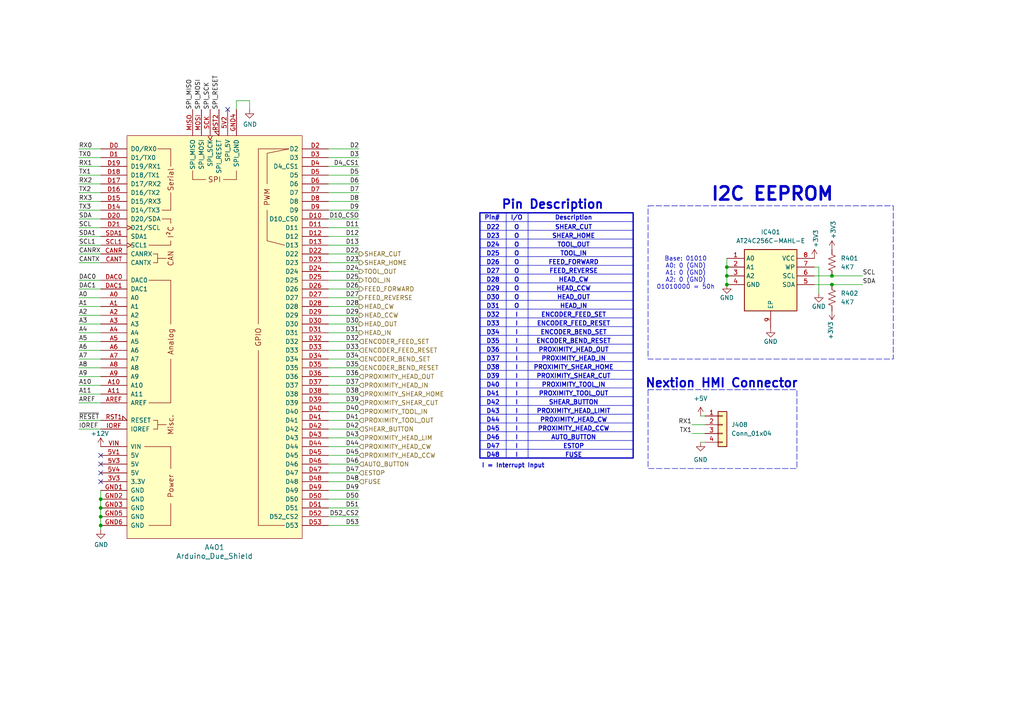
<source format=kicad_sch>
(kicad_sch (version 20231120) (generator "eeschema") (generator_version "8.0")
  (paper "A4")
  (title_block (title "MEP MAXI 85V-1 REV 2 Interface Board") (date "2024-12-08") (rev "X1") (company "McMillan Enterprises") (comment 1 "Firmware: John Gilcreast (johngilcreast@gmail.com)") (comment 2 "Hardware: Connor McMillan (connor@mcmillan.website)"))
  (junction (at 241.3 80.01))
  (junction (at 210.82 80.01))
  (junction (at 29.21 147.32))
  (junction (at 29.21 149.86))
  (junction (at 29.21 152.4))
  (junction (at 241.3 82.55))
  (junction (at 210.82 82.55))
  (junction (at 210.82 77.47))
  (junction (at 29.21 144.78))
  (no_connect (at 29.21 139.7))
  (no_connect (at 29.21 137.16))
  (no_connect (at 66.04 31.75))
  (no_connect (at 29.21 134.62))
  (no_connect (at 29.21 132.08))
  (no_connect (at -21.59 -12.7))
  (wire (pts (xy 95.25 55.88) (xy 104.14 55.88)))
  (wire (pts (xy 95.25 114.3) (xy 104.14 114.3)))
  (polyline (pts (xy 139.192 84.582) (xy 183.642 84.582)))
  (wire (pts (xy 210.82 80.01) (xy 210.82 82.55)))
  (polyline (pts (xy 139.192 94.742) (xy 183.642 94.742)))
  (polyline (pts (xy 139.192 74.422) (xy 183.642 74.422)))
  (wire (pts (xy 95.25 109.22) (xy 104.14 109.22)))
  (wire (pts (xy 95.25 132.08) (xy 104.14 132.08)))
  (wire (pts (xy 22.86 76.2) (xy 29.21 76.2)))
  (polyline (pts (xy 139.192 109.982) (xy 183.642 109.982)))
  (wire (pts (xy 22.86 88.9) (xy 29.21 88.9)))
  (wire (pts (xy 22.86 71.12) (xy 29.21 71.12)))
  (wire (pts (xy 22.86 53.34) (xy 29.21 53.34)))
  (wire (pts (xy 95.25 142.24) (xy 104.14 142.24)))
  (polyline (pts (xy 146.812 69.342) (xy 183.642 69.342)))
  (wire (pts (xy 95.25 139.7) (xy 104.14 139.7)))
  (wire (pts (xy 241.3 82.55) (xy 250.19 82.55)))
  (wire (pts (xy 236.22 77.47) (xy 237.49 77.47)))
  (wire (pts (xy 22.86 83.82) (xy 29.21 83.82)))
  (wire (pts (xy 22.86 48.26) (xy 29.21 48.26)))
  (wire (pts (xy 29.21 142.24) (xy 29.21 144.78)))
  (wire (pts (xy 200.66 125.73) (xy 204.47 125.73)))
  (polyline (pts (xy 139.192 130.302) (xy 183.642 130.302)))
  (wire (pts (xy 22.86 86.36) (xy 29.21 86.36)))
  (wire (pts (xy 68.58 31.75) (xy 68.58 29.21)))
  (wire (pts (xy 95.25 45.72) (xy 104.14 45.72)))
  (wire (pts (xy 210.82 77.47) (xy 210.82 80.01)))
  (wire (pts (xy 22.86 111.76) (xy 29.21 111.76)))
  (wire (pts (xy 22.86 124.46) (xy 29.21 124.46)))
  (polyline (pts (xy 139.192 87.122) (xy 183.642 87.122)))
  (wire (pts (xy 22.86 63.5) (xy 29.21 63.5)))
  (wire (pts (xy 95.25 68.58) (xy 104.14 68.58)))
  (wire (pts (xy 22.86 96.52) (xy 29.21 96.52)))
  (wire (pts (xy 95.25 116.84) (xy 104.14 116.84)))
  (polyline (pts (xy 146.812 61.722) (xy 146.812 132.842)))
  (wire (pts (xy 22.86 81.28) (xy 29.21 81.28)))
  (polyline (pts (xy 139.192 76.962) (xy 183.642 76.962)))
  (wire (pts (xy 29.21 149.86) (xy 29.21 152.4)))
  (wire (pts (xy 95.25 119.38) (xy 104.14 119.38)))
  (wire (pts (xy 95.25 76.2) (xy 104.14 76.2)))
  (wire (pts (xy 95.25 134.62) (xy 104.14 134.62)))
  (polyline (pts (xy 139.192 79.502) (xy 183.642 79.502)))
  (polyline (pts (xy 153.162 61.722) (xy 153.162 132.842)))
  (wire (pts (xy 29.21 144.78) (xy 29.21 147.32)))
  (wire (pts (xy 95.25 58.42) (xy 104.14 58.42)))
  (wire (pts (xy 95.25 121.92) (xy 104.14 121.92)))
  (wire (pts (xy 22.86 68.58) (xy 29.21 68.58)))
  (wire (pts (xy 22.86 45.72) (xy 29.21 45.72)))
  (polyline (pts (xy 139.192 107.442) (xy 183.642 107.442)))
  (wire (pts (xy 22.86 104.14) (xy 29.21 104.14)))
  (wire (pts (xy 95.25 124.46) (xy 104.14 124.46)))
  (wire (pts (xy 22.86 73.66) (xy 29.21 73.66)))
  (wire (pts (xy 95.25 73.66) (xy 104.14 73.66)))
  (polyline (pts (xy 139.192 104.902) (xy 183.642 104.902)))
  (wire (pts (xy 95.25 129.54) (xy 104.14 129.54)))
  (wire (pts (xy 22.86 60.96) (xy 29.21 60.96)))
  (wire (pts (xy 95.25 127) (xy 104.14 127)))
  (polyline (pts (xy 139.192 89.662) (xy 183.642 89.662)))
  (wire (pts (xy 22.86 43.18) (xy 29.21 43.18)))
  (wire (pts (xy 236.22 82.55) (xy 241.3 82.55)))
  (polyline (pts (xy 139.192 125.222) (xy 183.642 125.222)))
  (polyline (pts (xy 139.192 64.262) (xy 183.642 64.262)))
  (wire (pts (xy 29.21 147.32) (xy 29.21 149.86)))
  (wire (pts (xy 95.25 50.8) (xy 104.14 50.8)))
  (wire (pts (xy 95.25 101.6) (xy 104.14 101.6)))
  (wire (pts (xy 95.25 48.26) (xy 104.14 48.26)))
  (polyline (pts (xy 139.192 99.822) (xy 183.642 99.822)))
  (wire (pts (xy 95.25 66.04) (xy 104.14 66.04)))
  (polyline (pts (xy 139.192 102.362) (xy 183.642 102.362)))
  (wire (pts (xy 22.86 114.3) (xy 29.21 114.3)))
  (polyline (pts (xy 139.192 92.202) (xy 183.642 92.202)))
  (wire (pts (xy 22.86 116.84) (xy 29.21 116.84)))
  (wire (pts (xy 95.25 96.52) (xy 104.14 96.52)))
  (polyline (pts (xy 139.192 112.522) (xy 183.642 112.522)))
  (wire (pts (xy 72.39 29.21) (xy 72.39 31.75)))
  (polyline (pts (xy 139.192 122.682) (xy 183.642 122.682)))
  (wire (pts (xy 95.25 152.4) (xy 104.14 152.4)))
  (wire (pts (xy 68.58 29.21) (xy 72.39 29.21)))
  (wire (pts (xy 95.25 88.9) (xy 104.14 88.9)))
  (wire (pts (xy 95.25 149.86) (xy 104.14 149.86)))
  (wire (pts (xy 22.86 106.68) (xy 29.21 106.68)))
  (wire (pts (xy 22.86 55.88) (xy 29.21 55.88)))
  (wire (pts (xy 29.21 152.4) (xy 29.21 153.67)))
  (wire (pts (xy 241.3 80.01) (xy 250.19 80.01)))
  (wire (pts (xy 95.25 53.34) (xy 104.14 53.34)))
  (wire (pts (xy 236.22 80.01) (xy 241.3 80.01)))
  (wire (pts (xy 22.86 101.6) (xy 29.21 101.6)))
  (polyline (pts (xy 139.192 117.602) (xy 183.642 117.602)))
  (polyline (pts (xy 139.192 69.342) (xy 146.812 69.342)))
  (wire (pts (xy 95.25 71.12) (xy 104.14 71.12)))
  (polyline (pts (xy 139.192 115.062) (xy 183.642 115.062)))
  (wire (pts (xy 200.66 123.19) (xy 204.47 123.19)))
  (wire (pts (xy 22.86 121.92) (xy 29.21 121.92)))
  (wire (pts (xy 22.86 99.06) (xy 29.21 99.06)))
  (polyline (pts (xy 139.192 71.882) (xy 183.642 71.882)))
  (wire (pts (xy 95.25 86.36) (xy 104.14 86.36)))
  (wire (pts (xy 203.2 120.65) (xy 204.47 120.65)))
  (polyline (pts (xy 139.192 66.802) (xy 183.642 66.802)))
  (wire (pts (xy 22.86 91.44) (xy 29.21 91.44)))
  (wire (pts (xy 210.82 74.93) (xy 210.82 77.47)))
  (wire (pts (xy 95.25 106.68) (xy 104.14 106.68)))
  (wire (pts (xy 95.25 147.32) (xy 104.14 147.32)))
  (polyline (pts (xy 139.192 82.042) (xy 183.642 82.042)))
  (wire (pts (xy 95.25 91.44) (xy 104.14 91.44)))
  (wire (pts (xy 95.25 78.74) (xy 104.14 78.74)))
  (polyline (pts (xy 139.192 127.762) (xy 183.642 127.762)))
  (wire (pts (xy 95.25 81.28) (xy 104.14 81.28)))
  (wire (pts (xy 95.25 144.78) (xy 104.14 144.78)))
  (wire (pts (xy 95.25 63.5) (xy 104.14 63.5)))
  (wire (pts (xy 22.86 109.22) (xy 29.21 109.22)))
  (wire (pts (xy 95.25 99.06) (xy 104.14 99.06)))
  (wire (pts (xy 22.86 93.98) (xy 29.21 93.98)))
  (wire (pts (xy 22.86 66.04) (xy 29.21 66.04)))
  (wire (pts (xy 95.25 93.98) (xy 104.14 93.98)))
  (wire (pts (xy 95.25 83.82) (xy 104.14 83.82)))
  (wire (pts (xy 22.86 50.8) (xy 29.21 50.8)))
  (wire (pts (xy 237.49 77.47) (xy 237.49 85.09)))
  (wire (pts (xy 95.25 60.96) (xy 104.14 60.96)))
  (wire (pts (xy 95.25 137.16) (xy 104.14 137.16)))
  (wire (pts (xy 22.86 58.42) (xy 29.21 58.42)))
  (wire (pts (xy 95.25 43.18) (xy 104.14 43.18)))
  (wire (pts (xy 95.25 104.14) (xy 104.14 104.14)))
  (wire (pts (xy 95.25 111.76) (xy 104.14 111.76)))
  (polyline (pts (xy 139.192 120.142) (xy 183.642 120.142)))
  (polyline (pts (xy 139.192 97.282) (xy 183.642 97.282)))
  (wire (pts (xy 203.2 128.27) (xy 204.47 128.27)))
  (polyline (pts (xy 260.9972 179.3539) (xy 260.2107 179.3539) (xy 260.1251 179.7819) (xy 260.826 179.7819) (xy 260.7921 179.9512) (xy 260.0912 179.9512) (xy 260.0016 180.4012) (xy 260.816 180.4012) (xy 260.7822 180.5744) (xy 259.7687 180.5744) (xy 260.0474 179.1806) (xy 261.0311 179.1806) (xy 260.9972 179.3539)) (stroke (width -0.0001) (type solid)) (fill (type outline)))
  (polyline (pts (xy 254.1996 179.3539) (xy 253.413 179.3539) (xy 253.3274 179.7819) (xy 254.0283 179.7819) (xy 253.9945 179.9512) (xy 253.2936 179.9512) (xy 253.204 180.4012) (xy 254.0183 180.4012) (xy 253.9845 180.5744) (xy 252.971 180.5744) (xy 253.2498 179.1806) (xy 254.2334 179.1806) (xy 254.1996 179.3539)) (stroke (width -0.0001) (type solid)) (fill (type outline)))
  (polyline (pts (xy 256.6531 173.6517) (xy 256.792 173.6609) (xy 256.927 173.6761) (xy 257.0578 173.6973) (xy 257.1842 173.7245) (xy 257.306 173.7576) (xy 257.4229 173.7964) (xy 257.5346 173.8411) (xy 257.6411 173.8914) (xy 257.742 173.9475) (xy 257.8371 174.0091) (xy 257.9261 174.0762) (xy 258.0089 174.1489) (xy 258.0851 174.227) (xy 258.1546 174.3104) (xy 258.2171 174.3992) (xy 257.6141 174.9061) (xy 257.5667 174.8441) (xy 257.516 174.7858) (xy 257.462 174.7312) (xy 257.4337 174.7054) (xy 257.4046 174.6804) (xy 257.3747 174.6564) (xy 257.3439 174.6334) (xy 257.3123 174.6113) (xy 257.2799 174.5902) (xy 257.2466 174.57) (xy 257.2125 174.5509) (xy 257.1775 174.5327) (xy 257.1417 174.5155) (xy 257.0675 174.4841) (xy 256.99 174.4568) (xy 256.909 174.4335) (xy 256.8246 174.4143) (xy 256.7368 174.3994) (xy 256.6456 174.3886) (xy 256.5509 174.3821) (xy 256.4528 174.38) (xy 256.3464 174.3825) (xy 256.2426 174.3899) (xy 256.1414 174.4022) (xy 256.0429 174.4192) (xy 255.9471 174.4408) (xy 255.8541 174.4668) (xy 255.7639 174.4972) (xy 255.6766 174.5317) (xy 255.5923 174.5704) (xy 255.5109 174.613) (xy 255.4326 174.6594) (xy 255.3574 174.7095) (xy 255.2854 174.7632) (xy 255.2166 174.8203) (xy 255.151 174.8808) (xy 255.0887 174.9445) (xy 255.0298 175.0113) (xy 254.9743 175.0811) (xy 254.9223 175.1536) (xy 254.8738 175.2289) (xy 254.8289 175.3068) (xy 254.7876 175.3871) (xy 254.75 175.4697) (xy 254.7161 175.5546) (xy 254.686 175.6416) (xy 254.6598 175.7305) (xy 254.6374 175.8212) (xy 254.619 175.9137) (xy 254.6046 176.0078) (xy 254.5942 176.1033) (xy 254.588 176.2001) (xy 254.5859 176.2982) (xy 254.5873 176.3672) (xy 254.5916 176.4348) (xy 254.5987 176.5007) (xy 254.6086 176.5651) (xy 254.6214 176.6278) (xy 254.6369 176.6888) (xy 254.6553 176.7481) (xy 254.6764 176.8057) (xy 254.7003 176.8614) (xy 254.727 176.9152) (xy 254.7564 176.9671) (xy 254.7885 177.0171) (xy 254.8234 177.065) (xy 254.861 177.1109) (xy 254.9013 177.1547) (xy 254.9443 177.1964) (xy 254.99 177.2359) (xy 255.0384 177.2732) (xy 255.0895 177.3082) (xy 255.1432 177.3409) (xy 255.1995 177.3712) (xy 255.2585 177.3992) (xy 255.3201 177.4247) (xy 255.3843 177.4477) (xy 255.4511 177.4681) (xy 255.5205 177.486) (xy 255.5925 177.5012) (xy 255.6671 177.5138) (xy 255.7442 177.5236) (xy 255.8239 177.5307) (xy 255.9062 177.535) (xy 255.9909 177.5365) (xy 256.084 177.5345) (xy 256.1755 177.5286) (xy 256.2654 177.5188) (xy 256.3537 177.5049) (xy 256.4403 177.487) (xy 256.5251 177.4651) (xy 256.6082 177.4391) (xy 256.6894 177.4089) (xy 256.7688 177.3747) (xy 256.8462 177.3363) (xy 256.9216 177.2937) (xy 256.995 177.2468) (xy 257.0664 177.1958) (xy 257.1356 177.1404) (xy 257.2027 177.0808) (xy 257.2676 177.0168) (xy 257.7551 177.5428) (xy 257.6709 177.6334) (xy 257.5818 177.7177) (xy 257.4882 177.7956) (xy 257.3901 177.8672) (xy 257.2877 177.9327) (xy 257.1811 177.9921) (xy 257.0707 178.0455) (xy 256.9564 178.093) (xy 256.8386 178.1346) (xy 256.7173 178.1704) (xy 256.5927 178.2005) (xy 256.465 178.2249) (xy 256.3344 178.2438) (xy 256.2011 178.2572) (xy 256.0651 178.2652) (xy 255.9267 178.2678) (xy 255.8002 178.2655) (xy 255.677 178.2588) (xy 255.5572 178.2475) (xy 255.4407 178.232) (xy 255.3276 178.2121) (xy 255.218 178.1881) (xy 255.1119 178.16) (xy 255.0094 178.1278) (xy 254.9105 178.0916) (xy 254.8153 178.0516) (xy 254.7238 178.0078) (xy 254.636 177.9603) (xy 254.5521 177.9091) (xy 254.472 177.8544) (xy 254.3959 177.7961) (xy 254.3236 177.7345) (xy 254.2554 177.6696) (xy 254.1913 177.6014) (xy 254.1312 177.53) (xy 254.0753 177.4555) (xy 254.0236 177.378) (xy 253.9761 177.2976) (xy 253.933 177.2144) (xy 253.8941 177.1283) (xy 253.8597 177.0396) (xy 253.8297 176.9482) (xy 253.8041 176.8543) (xy 253.7831 176.758) (xy 253.7667 176.6592) (xy 253.7549 176.5582) (xy 253.7478 176.4549) (xy 253.7455 176.3495) (xy 253.7487 176.208) (xy 253.7582 176.0686) (xy 253.774 175.9316) (xy 253.7959 175.7969) (xy 253.8238 175.6649) (xy 253.8577 175.5357) (xy 253.8974 175.4093) (xy 253.9429 175.2861) (xy 253.9941 175.166) (xy 254.0508 175.0494) (xy 254.113 174.9362) (xy 254.1805 174.8268) (xy 254.2534 174.7212) (xy 254.3314 174.6195) (xy 254.4144 174.5221) (xy 254.5025 174.4289) (xy 254.5954 174.3402) (xy 254.6932 174.2561) (xy 254.7956 174.1767) (xy 254.9026 174.1023) (xy 255.0142 174.0329) (xy 255.1301 173.9688) (xy 255.2504 173.91) (xy 255.3748 173.8568) (xy 255.5034 173.8093) (xy 255.636 173.7676) (xy 255.7725 173.7319) (xy 255.9128 173.7023) (xy 256.0569 173.679) (xy 256.2046 173.6622) (xy 256.3559 173.652) (xy 256.5106 173.6486) (xy 256.6531 173.6517)) (stroke (width -0.0001) (type solid)) (fill (type outline)))
  (polyline (pts (xy 252.597 178.2114) (xy 251.7134 178.2114) (xy 252.1999 175.7566) (xy 253.3917 174.238) (xy 252.597 178.2114)) (stroke (width -0.0001) (type solid)) (fill (type outline)))
  (polyline (pts (xy 250.19 176.53) (xy 252.7982 173.1824) (xy 252.8039 173.1824) (xy 250.19 176.53)) (stroke (width -0.0001) (type solid)) (fill (type outline)))
  (polyline (pts (xy 255.0744 171.4491) (xy 250.2187 177.6365) (xy 249.8021 177.6365) (xy 248.6528 174.8492) (xy 247.9846 178.2114) (xy 247.0935 178.2114) (xy 248.0996 173.1824) (xy 248.8611 173.1824) (xy 250.0197 176.1015) (xy 250.19 176.53) (xy 252.8039 173.1824) (xy 253.6714 172.0713) (xy 255.018 171.0938) (xy 255.0744 171.4491)) (stroke (width -0.0001) (type solid)) (fill (type outline)))
  (rectangle (start 187.96 59.69) (end 259.08 104.14) (stroke (width 0) (type dash)))
  (rectangle (start 187.96 113.03) (end 231.14 135.89) (stroke (width 0) (type dash)))
  (polyline (pts (xy 273.8536 179.3539) (xy 273.0671 179.3539) (xy 272.9815 179.7819) (xy 273.6824 179.7819) (xy 273.6485 179.9512) (xy 272.9476 179.9512) (xy 272.858 180.4012) (xy 273.6724 180.4012) (xy 273.6386 180.5744) (xy 272.6251 180.5744) (xy 272.9038 179.1806) (xy 273.8875 179.1806) (xy 273.8536 179.3539)) (stroke (width -0.0001) (type solid)) (fill (type outline)))
  (polyline (pts (xy 256.2631 180.2538) (xy 256.4761 179.1806) (xy 256.6752 179.1806) (xy 256.3965 180.5744) (xy 256.2332 180.5744) (xy 255.6099 179.5012) (xy 255.3968 180.5744) (xy 255.1978 180.5744) (xy 255.4765 179.1806) (xy 255.6398 179.1806) (xy 256.2631 180.2538)) (stroke (width -0.0001) (type solid)) (fill (type outline)))
  (polyline (pts (xy 278.4314 178.2036) (xy 277.6038 178.2036) (xy 277.3664 177.1643) (xy 275.1081 177.1643) (xy 274.4602 178.2036) (xy 273.5684 178.2036) (xy 274.6693 176.5099) (xy 275.5187 176.5099) (xy 277.2124 176.5099) (xy 276.7569 174.5339) (xy 275.5187 176.5099) (xy 274.6693 176.5099) (xy 276.4875 173.7128) (xy 277.3151 173.7128) (xy 278.4314 178.2036)) (stroke (width -0.0001) (type solid)) (fill (type outline)))
  (polyline (pts (xy 275.5728 179.1652) (xy 275.6046 179.1666) (xy 275.636 179.169) (xy 275.6671 179.1724) (xy 275.6977 179.1767) (xy 275.7279 179.1819) (xy 275.7575 179.188) (xy 275.7864 179.1951) (xy 275.8147 179.203) (xy 275.8423 179.2118) (xy 275.8691 179.2214) (xy 275.895 179.2319) (xy 275.92 179.2432) (xy 275.944 179.2554) (xy 275.9669 179.2684) (xy 275.9888 179.2822) (xy 275.9092 179.4454) (xy 275.8894 179.432) (xy 275.869 179.4195) (xy 275.8479 179.4078) (xy 275.8262 179.3969) (xy 275.804 179.3869) (xy 275.7812 179.3778) (xy 275.7579 179.3695) (xy 275.7342 179.3621) (xy 275.71 179.3555) (xy 275.6854 179.3498) (xy 275.6604 179.345) (xy 275.635 179.341) (xy 275.6094 179.3379) (xy 275.5834 179.3357) (xy 275.5572 179.3344) (xy 275.5308 179.334) (xy 275.4889 179.3351) (xy 275.449 179.3384) (xy 275.4112 179.3439) (xy 275.3757 179.3515) (xy 275.3425 179.3611) (xy 275.3118 179.3726) (xy 275.2835 179.386) (xy 275.2578 179.4011) (xy 275.2348 179.418) (xy 275.2243 179.4271) (xy 275.2146 179.4366) (xy 275.2055 179.4465) (xy 275.1972 179.4567) (xy 275.1896 179.4674) (xy 275.1828 179.4784) (xy 275.1767 179.4898) (xy 275.1714 179.5015) (xy 275.1669 179.5136) (xy 275.1632 179.526) (xy 275.1603 179.5387) (xy 275.1582 179.5518) (xy 275.1569 179.5652) (xy 275.1565 179.5788) (xy 275.1585 179.605) (xy 275.1645 179.6289) (xy 275.1742 179.6506) (xy 275.1872 179.6703) (xy 275.2034 179.6882) (xy 275.2225 179.7045) (xy 275.2441 179.7193) (xy 275.2682 179.7329) (xy 275.2943 179.7454) (xy 275.3223 179.757) (xy 275.3827 179.7783) (xy 275.5139 179.8183) (xy 275.5806 179.8398) (xy 275.6452 179.8644) (xy 275.676 179.8782) (xy 275.7055 179.8934) (xy 275.7335 179.91) (xy 275.7596 179.9283) (xy 275.7837 179.9484) (xy 275.8054 179.9706) (xy 275.8244 179.995) (xy 275.8406 180.0217) (xy 275.8537 180.0511) (xy 275.8633 180.0831) (xy 275.8693 180.1182) (xy 275.8713 180.1563) (xy 275.8706 180.1814) (xy 275.8685 180.2058) (xy 275.865 180.2296) (xy 275.8602 180.2527) (xy 275.8541 180.2751) (xy 275.8466 180.2969) (xy 275.8379 180.318) (xy 275.828 180.3384) (xy 275.8168 180.358) (xy 275.8044 180.377) (xy 275.7909 180.3952) (xy 275.7762 180.4126) (xy 275.7604 180.4294) (xy 275.7435 180.4453) (xy 275.7256 180.4605) (xy 275.7066 180.4749) (xy 275.6865 180.4885) (xy 275.6655 180.5013) (xy 275.6436 180.5133) (xy 275.6207 180.5244) (xy 275.5969 180.5348) (xy 275.5722 180.5443) (xy 275.5466 180.5529) (xy 275.5202 180.5606) (xy 275.493 180.5675) (xy 275.465 180.5735) (xy 275.4362 180.5786) (xy 275.4067 180.5828) (xy 275.3765 180.5861) (xy 275.3456 180.5885) (xy 275.3141 180.5899) (xy 275.2819 180.5904) (xy 275.2421 180.5895) (xy 275.2025 180.587) (xy 275.1634 180.583) (xy 275.1248 180.5774) (xy 275.087 180.5704) (xy 275.05 180.562) (xy 275.0141 180.5524) (xy 274.9793 180.5416) (xy 274.9458 180.5297) (xy 274.9138 180.5167) (xy 274.8833 180.5027) (xy 274.8546 180.4879) (xy 274.8278 180.4722) (xy 274.8031 180.4558) (xy 274.7805 180.4388) (xy 274.7602 180.4211) (xy 274.8478 180.2618) (xy 274.8684 180.2797) (xy 274.8905 180.2967) (xy 274.9139 180.3127) (xy 274.9386 180.3279) (xy 274.9646 180.342) (xy 274.9916 180.3551) (xy 275.0196 180.3671) (xy 275.0485 180.3781) (xy 275.0782 180.3878) (xy 275.1085 180.3964) (xy 275.1395 180.4038) (xy 275.171 180.4099) (xy 275.2029 180.4148) (xy 275.235 180.4183) (xy 275.2674 180.4204) (xy 275.2998 180.4211) (xy 275.3411 180.4201) (xy 275.3806 180.4171) (xy 275.4181 180.4122) (xy 275.4536 180.4054) (xy 275.4868 180.3966) (xy 275.5178 180.386) (xy 275.5463 180.3736) (xy 275.5724 180.3594) (xy 275.5958 180.3434) (xy 275.6064 180.3347) (xy 275.6164 180.3256) (xy 275.6257 180.3161) (xy 275.6342 180.3062) (xy 275.642 180.2958) (xy 275.649 180.285) (xy 275.6552 180.2738) (xy 275.6607 180.2622) (xy 275.6654 180.2502) (xy 275.6692 180.2378) (xy 275.6722 180.225) (xy 275.6744 180.2117) (xy 275.6757 180.1981) (xy 275.6762 180.1841) (xy 275.6741 180.1581) (xy 275.6681 180.1345) (xy 275.6585 180.1131) (xy 275.6454 180.0937) (xy 275.6293 180.0762) (xy 275.6102 180.0602) (xy 275.5885 180.0457) (xy 275.5645 180.0324) (xy 275.5383 180.0203) (xy 275.5104 180.0089) (xy 275.45 179.9881) (xy 275.3188 179.9487) (xy 275.2521 179.927) (xy 275.1875 179.902) (xy 275.1567 179.8877) (xy 275.1272 179.8721) (xy 275.0992 179.8548) (xy 275.0731 179.8358) (xy 275.049 179.8148) (xy 275.0274 179.7917) (xy 275.0083 179.7662) (xy 274.9921 179.7381) (xy 274.9791 179.7073) (xy 274.9694 179.6736) (xy 274.9634 179.6368) (xy 274.9614 179.5967) (xy 274.9621 179.572) (xy 274.9642 179.5479) (xy 274.9676 179.5244) (xy 274.9723 179.5016) (xy 274.9784 179.4793) (xy 274.9857 179.4578) (xy 274.9942 179.4369) (xy 275.004 179.4167) (xy 275.015 179.3971) (xy 275.0272 179.3783) (xy 275.0405 179.3602) (xy 275.0549 179.3428) (xy 275.0705 179.3261) (xy 275.0871 179.3102) (xy 275.1047 179.295) (xy 275.1234 179.2806) (xy 275.1431 179.267) (xy 275.1637 179.2542) (xy 275.1853 179.2422) (xy 275.2078 179.231) (xy 275.2312 179.2207) (xy 275.2555 179.2111) (xy 275.2807 179.2025) (xy 275.3066 179.1947) (xy 275.3334 179.1877) (xy 275.3609 179.1817) (xy 275.3892 179.1765) (xy 275.4181 179.1723) (xy 275.4478 179.169) (xy 275.4782 179.1666) (xy 275.5092 179.1651) (xy 275.5408 179.1647) (xy 275.5728 179.1652)) (stroke (width -0.0001) (type solid)) (fill (type outline)))
  (polyline (pts (xy 258.902 179.3539) (xy 258.4261 179.3539) (xy 258.1812 180.5744) (xy 257.9841 180.5744) (xy 258.227 179.3539) (xy 257.7511 179.3539) (xy 257.785 179.1806) (xy 258.9379 179.1806) (xy 258.902 179.3539)) (stroke (width -0.0001) (type solid)) (fill (type outline)))
  (polyline (pts (xy 265.3378 173.7128) (xy 266.1718 173.7128) (xy 265.2736 178.2036) (xy 264.4395 178.2036) (xy 265.3378 173.7128) (xy 265.3378 173.7128)) (stroke (width -0.0001) (type solid)) (fill (type outline)))
  (polyline (pts (xy 262.8534 179.1824) (xy 262.9097 179.1876) (xy 262.9625 179.1961) (xy 263.0119 179.208) (xy 263.0352 179.2152) (xy 263.0577 179.2232) (xy 263.0793 179.2319) (xy 263.0999 179.2415) (xy 263.1196 179.2519) (xy 263.1384 179.263) (xy 263.1563 179.275) (xy 263.1732 179.2876) (xy 263.1891 179.3011) (xy 263.2041 179.3153) (xy 263.2181 179.3302) (xy 263.2312 179.3459) (xy 263.2432 179.3623) (xy 263.2542 179.3794) (xy 263.2642 179.3973) (xy 263.2733 179.4158) (xy 263.2812 179.4351) (xy 263.2882 179.455) (xy 263.2941 179.4756) (xy 263.2989 179.497) (xy 263.3027 179.5189) (xy 263.3054 179.5416) (xy 263.3071 179.5649) (xy 263.3076 179.5888) (xy 263.3058 179.6397) (xy 263.3035 179.6643) (xy 263.3004 179.6883) (xy 263.2964 179.7119) (xy 263.2915 179.7348) (xy 263.2858 179.7573) (xy 263.2792 179.7791) (xy 263.2718 179.8004) (xy 263.2636 179.8211) (xy 263.2545 179.8412) (xy 263.2446 179.8608) (xy 263.2339 179.8798) (xy 263.2224 179.8981) (xy 263.2101 179.9159) (xy 263.1971 179.933) (xy 263.1833 179.9496) (xy 263.1687 179.9655) (xy 263.1533 179.9808) (xy 263.1372 179.9955) (xy 263.1204 180.0095) (xy 263.1029 180.0229) (xy 263.0846 180.0356) (xy 263.0656 180.0477) (xy 263.0256 180.07) (xy 262.9829 180.0895) (xy 262.9374 180.1063) (xy 262.8894 180.1204) (xy 263.1443 180.5744) (xy 262.9333 180.5744) (xy 262.6904 180.1483) (xy 262.2801 180.1483) (xy 262.1965 180.5744) (xy 261.9954 180.5744) (xy 262.1145 179.979) (xy 262.314 179.979) (xy 262.6585 179.979) (xy 262.7105 179.9775) (xy 262.7596 179.9731) (xy 262.8057 179.9657) (xy 262.8489 179.9553) (xy 262.8694 179.949) (xy 262.889 179.942) (xy 262.9079 179.9343) (xy 262.926 179.9258) (xy 262.9433 179.9166) (xy 262.9598 179.9067) (xy 262.9754 179.8961) (xy 262.9903 179.8847) (xy 263.0043 179.8726) (xy 263.0174 179.8599) (xy 263.0297 179.8464) (xy 263.0412 179.8321) (xy 263.0517 179.8172) (xy 263.0615 179.8016) (xy 263.0703 179.7853) (xy 263.0782 179.7682) (xy 263.0852 179.7505) (xy 263.0913 179.732) (xy 263.0965 179.7129) (xy 263.1008 179.693) (xy 263.1042 179.6725) (xy 263.1065 179.6513) (xy 263.108 179.6293) (xy 263.1085 179.6067) (xy 263.1081 179.5913) (xy 263.1071 179.5763) (xy 263.1053 179.5618) (xy 263.1029 179.5478) (xy 263.0998 179.5343) (xy 263.096 179.5213) (xy 263.0916 179.5087) (xy 263.0865 179.4967) (xy 263.0807 179.4851) (xy 263.0743 179.474) (xy 263.0672 179.4633) (xy 263.0594 179.4532) (xy 263.0511 179.4436) (xy 263.042 179.4344) (xy 263.0324 179.4258) (xy 263.0221 179.4176) (xy 263.0112 179.4099) (xy 262.9997 179.4027) (xy 262.9875 179.396) (xy 262.9748 179.3898) (xy 262.9614 179.3841) (xy 262.9475 179.3788) (xy 262.9329 179.3741) (xy 262.9178 179.3699) (xy 262.9021 179.3661) (xy 262.8857 179.3629) (xy 262.8689 179.3601) (xy 262.8514 179.3579) (xy 262.8334 179.3561) (xy 262.8148 179.3549) (xy 262.7956 179.3541) (xy 262.7759 179.3539) (xy 262.4394 179.3539) (xy 262.314 179.979) (xy 262.1145 179.979) (xy 262.2742 179.1806) (xy 262.7938 179.1806) (xy 262.8534 179.1824)) (stroke (width -0.0001) (type solid)) (fill (type outline)))
  (polyline (pts (xy 265.1914 179.1824) (xy 265.2473 179.1876) (xy 265.2999 179.1961) (xy 265.349 179.208) (xy 265.3723 179.2152) (xy 265.3946 179.2232) (xy 265.4161 179.2319) (xy 265.4367 179.2415) (xy 265.4563 179.2519) (xy 265.475 179.263) (xy 265.4928 179.275) (xy 265.5097 179.2876) (xy 265.5256 179.3011) (xy 265.5405 179.3153) (xy 265.5545 179.3302) (xy 265.5675 179.3459) (xy 265.5795 179.3623) (xy 265.5905 179.3794) (xy 265.6005 179.3973) (xy 265.6095 179.4158) (xy 265.6175 179.4351) (xy 265.6244 179.455) (xy 265.6303 179.4756) (xy 265.6351 179.497) (xy 265.6389 179.5189) (xy 265.6416 179.5416) (xy 265.6433 179.5649) (xy 265.6438 179.5888) (xy 265.6431 179.6218) (xy 265.6409 179.6539) (xy 265.6373 179.6851) (xy 265.6323 179.7154) (xy 265.6258 179.7447) (xy 265.618 179.7732) (xy 265.6089 179.8007) (xy 265.5983 179.8272) (xy 265.5865 179.8528) (xy 265.5734 179.8774) (xy 265.5589 179.9011) (xy 265.5432 179.9237) (xy 265.5263 179.9454) (xy 265.5081 179.966) (xy 265.4887 179.9856) (xy 265.4681 180.0042) (xy 265.4464 180.0217) (xy 265.4234 180.0382) (xy 265.3993 180.0536) (xy 265.3742 180.068) (xy 265.3478 180.0812) (xy 265.3205 180.0934) (xy 265.292 180.1044) (xy 265.2625 180.1144) (xy 265.2319 180.1232) (xy 265.2004 180.1308) (xy 265.1678 180.1373) (xy 265.1343 180.1427) (xy 265.0998 180.1469) (xy 265.0644 180.1499) (xy 265.028 180.1517) (xy 264.9908 180.1523) (xy 264.6184 180.1523) (xy 264.5347 180.5744) (xy 264.3357 180.5744) (xy 264.4548 179.979) (xy 264.6543 179.979) (xy 264.9947 179.979) (xy 265.0467 179.9775) (xy 265.0958 179.9731) (xy 265.142 179.9657) (xy 265.1852 179.9553) (xy 265.2056 179.949) (xy 265.2253 179.942) (xy 265.2442 179.9343) (xy 265.2623 179.9258) (xy 265.2796 179.9166) (xy 265.296 179.9067) (xy 265.3117 179.8961) (xy 265.3265 179.8847) (xy 265.3405 179.8726) (xy 265.3537 179.8599) (xy 265.366 179.8464) (xy 265.3775 179.8321) (xy 265.388 179.8172) (xy 265.3977 179.8016) (xy 265.4066 179.7853) (xy 265.4145 179.7682) (xy 265.4215 179.7505) (xy 265.4276 179.732) (xy 265.4328 179.7129) (xy 265.4371 179.693) (xy 265.4404 179.6725) (xy 265.4428 179.6513) (xy 265.4443 179.6293) (xy 265.4448 179.6067) (xy 265.4444 179.5913) (xy 265.4434 179.5763) (xy 265.4416 179.5618) (xy 265.4392 179.5478) (xy 265.4361 179.5343) (xy 265.4323 179.5213) (xy 265.4279 179.5087) (xy 265.4228 179.4967) (xy 265.417 179.4851) (xy 265.4106 179.474) (xy 265.4035 179.4633) (xy 265.3958 179.4532) (xy 265.3875 179.4436) (xy 265.3785 179.4344) (xy 265.3689 179.4258) (xy 265.3586 179.4176) (xy 265.3478 179.4099) (xy 265.3363 179.4027) (xy 265.3242 179.396) (xy 265.3115 179.3898) (xy 265.2983 179.3841) (xy 265.2844 179.3788) (xy 265.2699 179.3741) (xy 265.2549 179.3699) (xy 265.2393 179.3661) (xy 265.2231 179.3629) (xy 265.2063 179.3601) (xy 265.189 179.3579) (xy 265.1711 179.3561) (xy 265.1527 179.3549) (xy 265.1338 179.3541) (xy 265.1142 179.3539) (xy 264.7797 179.3539) (xy 264.6543 179.979) (xy 264.4548 179.979) (xy 264.6144 179.1806) (xy 265.1321 179.1806) (xy 265.1914 179.1824)) (stroke (width -0.0001) (type solid)) (fill (type outline)))
  (polyline (pts (xy 250.19 176.53) (xy 252.7982 173.1824) (xy 252.8039 173.1824) (xy 250.19 176.53)) (stroke (width -0.0001) (type solid)) (fill (type outline)))
  (rectangle (start 139.192 61.722) (end 183.642 132.842) (stroke (width 0.381)))
  (polyline (pts (xy 256.011 168.6966) (xy 257.8637 167.3518) (xy 256.5188 169.2045) (xy 258.7799 169.5636) (xy 256.5188 169.9227) (xy 257.8637 171.7755) (xy 256.011 170.4306) (xy 255.6519 172.6916) (xy 255.2928 170.4306) (xy 253.44 171.7755) (xy 254.7849 169.9227) (xy 252.5239 169.5636) (xy 254.7849 169.2045) (xy 253.44 167.3518) (xy 255.2928 168.6966) (xy 255.6519 166.4356) (xy 256.011 168.6966)) (stroke (width -0.0001) (type solid)) (fill (type outline)))
  (polyline (pts (xy 282.4408 176.8564) (xy 283.0631 173.7128) (xy 283.8907 173.7128) (xy 282.9926 178.2036) (xy 282.3061 178.2036) (xy 280.4648 175.06) (xy 279.8361 178.2036) (xy 279.0085 178.2036) (xy 279.9067 173.7128) (xy 280.5931 173.7128) (xy 282.4408 176.8564)) (stroke (width -0.0001) (type solid)) (fill (type outline)))
  (polyline (pts (xy 267.5041 179.1824) (xy 267.5603 179.1876) (xy 267.6132 179.1961) (xy 267.6625 179.208) (xy 267.6859 179.2152) (xy 267.7084 179.2232) (xy 267.7299 179.2319) (xy 267.7506 179.2415) (xy 267.7703 179.2519) (xy 267.7891 179.263) (xy 267.8069 179.275) (xy 267.8238 179.2876) (xy 267.8398 179.3011) (xy 267.8548 179.3153) (xy 267.8688 179.3302) (xy 267.8818 179.3459) (xy 267.8938 179.3623) (xy 267.9049 179.3794) (xy 267.9149 179.3973) (xy 267.9239 179.4158) (xy 267.9319 179.4351) (xy 267.9388 179.455) (xy 267.9447 179.4756) (xy 267.9496 179.497) (xy 267.9534 179.5189) (xy 267.9561 179.5416) (xy 267.9577 179.5649) (xy 267.9583 179.5888) (xy 267.9564 179.6397) (xy 267.9542 179.6643) (xy 267.9511 179.6883) (xy 267.9471 179.7119) (xy 267.9422 179.7348) (xy 267.9365 179.7573) (xy 267.9299 179.7791) (xy 267.9225 179.8004) (xy 267.9142 179.8211) (xy 267.9051 179.8412) (xy 267.8952 179.8608) (xy 267.8845 179.8798) (xy 267.8731 179.8981) (xy 267.8608 179.9159) (xy 267.8477 179.933) (xy 267.8339 179.9496) (xy 267.8193 179.9655) (xy 267.804 179.9808) (xy 267.7879 179.9955) (xy 267.7711 180.0095) (xy 267.7535 180.0229) (xy 267.7353 180.0356) (xy 267.7163 180.0477) (xy 267.6763 180.07) (xy 267.6335 180.0895) (xy 267.5881 180.1063) (xy 267.5401 180.1204) (xy 267.7949 180.5744) (xy 267.5839 180.5744) (xy 267.341 180.1483) (xy 266.9308 180.1483) (xy 266.8472 180.5744) (xy 266.6461 180.5744) (xy 266.7652 179.979) (xy 266.9647 179.979) (xy 267.3091 179.979) (xy 267.3611 179.9775) (xy 267.4102 179.9731) (xy 267.4564 179.9657) (xy 267.4996 179.9553) (xy 267.52 179.949) (xy 267.5397 179.942) (xy 267.5585 179.9343) (xy 267.5766 179.9258) (xy 267.5939 179.9166) (xy 267.6104 179.9067) (xy 267.6261 179.8961) (xy 267.6409 179.8847) (xy 267.6549 179.8726) (xy 267.6681 179.8599) (xy 267.6804 179.8464) (xy 267.6918 179.8321) (xy 267.7024 179.8172) (xy 267.7121 179.8016) (xy 267.7209 179.7853) (xy 267.7288 179.7682) (xy 267.7359 179.7505) (xy 267.742 179.732) (xy 267.7472 179.7129) (xy 267.7515 179.693) (xy 267.7548 179.6725) (xy 267.7572 179.6513) (xy 267.7586 179.6293) (xy 267.7591 179.6067) (xy 267.7588 179.5913) (xy 267.7577 179.5763) (xy 267.756 179.5618) (xy 267.7536 179.5478) (xy 267.7505 179.5343) (xy 267.7467 179.5213) (xy 267.7422 179.5087) (xy 267.7371 179.4967) (xy 267.7313 179.4851) (xy 267.7249 179.474) (xy 267.7178 179.4633) (xy 267.7101 179.4532) (xy 267.7017 179.4436) (xy 267.6927 179.4344) (xy 267.683 179.4258) (xy 267.6728 179.4176) (xy 267.6619 179.4099) (xy 267.6503 179.4027) (xy 267.6382 179.396) (xy 267.6254 179.3898) (xy 267.6121 179.3841) (xy 267.5981 179.3788) (xy 267.5836 179.3741) (xy 267.5684 179.3699) (xy 267.5527 179.3661) (xy 267.5364 179.3629) (xy 267.5195 179.3601) (xy 267.502 179.3579) (xy 267.484 179.3561) (xy 267.4654 179.3549) (xy 267.4463 179.3541) (xy 267.4266 179.3539) (xy 267.0901 179.3539) (xy 266.9647 179.979) (xy 266.7652 179.979) (xy 266.9248 179.1806) (xy 267.4445 179.1806) (xy 267.5041 179.1824)) (stroke (width -0.0001) (type solid)) (fill (type outline)))
  (polyline (pts (xy 271.217 179.1652) (xy 271.2487 179.1666) (xy 271.2802 179.169) (xy 271.3112 179.1724) (xy 271.3419 179.1767) (xy 271.372 179.1819) (xy 271.4016 179.188) (xy 271.4306 179.1951) (xy 271.4589 179.203) (xy 271.4865 179.2118) (xy 271.5132 179.2214) (xy 271.5391 179.2319) (xy 271.5641 179.2432) (xy 271.5881 179.2554) (xy 271.6111 179.2684) (xy 271.6329 179.2822) (xy 271.5533 179.4454) (xy 271.5335 179.432) (xy 271.5131 179.4195) (xy 271.492 179.4078) (xy 271.4704 179.3969) (xy 271.4481 179.3869) (xy 271.4254 179.3778) (xy 271.4021 179.3695) (xy 271.3783 179.3621) (xy 271.3541 179.3555) (xy 271.3295 179.3498) (xy 271.3045 179.345) (xy 271.2792 179.341) (xy 271.2535 179.3379) (xy 271.2276 179.3357) (xy 271.2014 179.3344) (xy 271.175 179.334) (xy 271.133 179.3351) (xy 271.0931 179.3384) (xy 271.0554 179.3439) (xy 271.0199 179.3515) (xy 270.9867 179.3611) (xy 270.9559 179.3726) (xy 270.9276 179.386) (xy 270.9019 179.4011) (xy 270.8789 179.418) (xy 270.8685 179.4271) (xy 270.8587 179.4366) (xy 270.8497 179.4465) (xy 270.8413 179.4567) (xy 270.8338 179.4674) (xy 270.8269 179.4784) (xy 270.8209 179.4898) (xy 270.8156 179.5015) (xy 270.811 179.5136) (xy 270.8073 179.526) (xy 270.8044 179.5387) (xy 270.8023 179.5518) (xy 270.8011 179.5652) (xy 270.8006 179.5788) (xy 270.8027 179.605) (xy 270.8087 179.6289) (xy 270.8183 179.6506) (xy 270.8314 179.6703) (xy 270.8475 179.6882) (xy 270.8666 179.7045) (xy 270.8883 179.7193) (xy 270.9123 179.7329) (xy 270.9385 179.7454) (xy 270.9664 179.757) (xy 271.0268 179.7783) (xy 271.1581 179.8183) (xy 271.2247 179.8398) (xy 271.2893 179.8644) (xy 271.3201 179.8782) (xy 271.3497 179.8934) (xy 271.3776 179.91) (xy 271.4038 179.9283) (xy 271.4278 179.9484) (xy 271.4495 179.9706) (xy 271.4686 179.995) (xy 271.4848 180.0217) (xy 271.4978 180.0511) (xy 271.5074 180.0831) (xy 271.5134 180.1182) (xy 271.5155 180.1563) (xy 271.5148 180.1814) (xy 271.5127 180.2058) (xy 271.5092 180.2296) (xy 271.5044 180.2527) (xy 271.4982 180.2751) (xy 271.4908 180.2969) (xy 271.4821 180.318) (xy 271.4721 180.3384) (xy 271.4609 180.358) (xy 271.4486 180.377) (xy 271.435 180.3952) (xy 271.4203 180.4126) (xy 271.4045 180.4294) (xy 271.3877 180.4453) (xy 271.3697 180.4605) (xy 271.3507 180.4749) (xy 271.3307 180.4885) (xy 271.3097 180.5013) (xy 271.2877 180.5133) (xy 271.2648 180.5244) (xy 271.241 180.5348) (xy 271.2163 180.5443) (xy 271.1907 180.5529) (xy 271.1643 180.5606) (xy 271.1371 180.5675) (xy 271.1091 180.5735) (xy 271.0804 180.5786) (xy 271.0509 180.5828) (xy 271.0207 180.5861) (xy 270.9898 180.5885) (xy 270.9582 180.5899) (xy 270.9261 180.5904) (xy 270.8862 180.5895) (xy 270.8466 180.587) (xy 270.8075 180.583) (xy 270.769 180.5774) (xy 270.7311 180.5704) (xy 270.6942 180.562) (xy 270.6582 180.5524) (xy 270.6234 180.5416) (xy 270.5899 180.5297) (xy 270.5579 180.5167) (xy 270.5275 180.5027) (xy 270.4988 180.4879) (xy 270.472 180.4722) (xy 270.4472 180.4558) (xy 270.4246 180.4388) (xy 270.4044 180.4211) (xy 270.492 180.2618) (xy 270.5125 180.2797) (xy 270.5346 180.2967) (xy 270.5581 180.3127) (xy 270.5828 180.3279) (xy 270.6087 180.342) (xy 270.6357 180.3551) (xy 270.6637 180.3671) (xy 270.6926 180.3781) (xy 270.7223 180.3878) (xy 270.7527 180.3964) (xy 270.7837 180.4038) (xy 270.8151 180.4099) (xy 270.847 180.4148) (xy 270.8792 180.4183) (xy 270.9115 180.4204) (xy 270.944 180.4211) (xy 270.9853 180.4201) (xy 271.0247 180.4171) (xy 271.0623 180.4122) (xy 271.0977 180.4054) (xy 271.131 180.3966) (xy 271.1619 180.386) (xy 271.1905 180.3736) (xy 271.2165 180.3594) (xy 271.2399 180.3434) (xy 271.2506 180.3347) (xy 271.2606 180.3256) (xy 271.2698 180.3161) (xy 271.2783 180.3062) (xy 271.2861 180.2958) (xy 271.2931 180.285) (xy 271.2994 180.2738) (xy 271.3048 180.2622) (xy 271.3095 180.2502) (xy 271.3134 180.2378) (xy 271.3164 180.225) (xy 271.3185 180.2117) (xy 271.3199 180.1981) (xy 271.3203 180.1841) (xy 271.3182 180.1581) (xy 271.3123 180.1345) (xy 271.3026 180.1131) (xy 271.2896 180.0937) (xy 271.2734 180.0762) (xy 271.2543 180.0602) (xy 271.2327 180.0457) (xy 271.2086 180.0324) (xy 271.1825 180.0203) (xy 271.1545 180.0089) (xy 271.0941 179.9881) (xy 270.9629 179.9487) (xy 270.8963 179.927) (xy 270.8317 179.902) (xy 270.8008 179.8877) (xy 270.7713 179.8721) (xy 270.7433 179.8548) (xy 270.7172 179.8358) (xy 270.6932 179.8148) (xy 270.6715 179.7917) (xy 270.6524 179.7662) (xy 270.6362 179.7381) (xy 270.6232 179.7073) (xy 270.6136 179.6736) (xy 270.6076 179.6368) (xy 270.6055 179.5967) (xy 270.6062 179.572) (xy 270.6083 179.5479) (xy 270.6117 179.5244) (xy 270.6165 179.5016) (xy 270.6225 179.4793) (xy 270.6298 179.4578) (xy 270.6384 179.4369) (xy 270.6482 179.4167) (xy 270.6592 179.3971) (xy 270.6713 179.3783) (xy 270.6846 179.3602) (xy 270.6991 179.3428) (xy 270.7146 179.3261) (xy 270.7312 179.3102) (xy 270.7489 179.295) (xy 270.7675 179.2806) (xy 270.7872 179.267) (xy 270.8079 179.2542) (xy 270.8295 179.2422) (xy 270.852 179.231) (xy 270.8754 179.2207) (xy 270.8997 179.2111) (xy 270.9248 179.2025) (xy 270.9508 179.1947) (xy 270.9775 179.1877) (xy 271.005 179.1817) (xy 271.0333 179.1765) (xy 271.0623 179.1723) (xy 271.092 179.169) (xy 271.1223 179.1666) (xy 271.1533 179.1651) (xy 271.185 179.1647) (xy 271.217 179.1652)) (stroke (width -0.0001) (type solid)) (fill (type outline)))
  (polyline (pts (xy 267.3842 173.7128) (xy 268.2181 173.7128) (xy 267.4611 177.498) (xy 269.8092 177.498) (xy 269.6681 178.2036) (xy 266.4859 178.2036) (xy 267.3842 173.7128) (xy 267.3842 173.7128)) (stroke (width -0.0001) (type solid)) (fill (type outline)))
  (polyline (pts (xy 269.1855 180.5744) (xy 268.9863 180.5744) (xy 269.2651 179.1806) (xy 269.4642 179.1806) (xy 269.1855 180.5744)) (stroke (width -0.0001) (type solid)) (fill (type outline)))
  (polyline (pts (xy 261.0781 176.7024) (xy 263.407 173.7128) (xy 264.1255 173.7128) (xy 263.2274 178.2036) (xy 262.4383 178.2036) (xy 263.022 175.2589) (xy 261.1038 177.6904) (xy 260.7317 177.6904) (xy 259.7052 175.2012) (xy 259.1085 178.2036) (xy 258.313 178.2036) (xy 259.2112 173.7128) (xy 259.8913 173.7128) (xy 261.0781 176.7024)) (stroke (width -0.0001) (type solid)) (fill (type outline)))
  (polyline (pts (xy 271.2269 173.7128) (xy 272.0609 173.7128) (xy 271.3039 177.498) (xy 273.652 177.498) (xy 273.5108 178.2036) (xy 270.3287 178.2036) (xy 271.2269 173.7128) (xy 271.2269 173.7128)) (stroke (width -0.0001) (type solid)) (fill (type outline)))
  (text "D36" (at 143.002 101.6 0) (effects (font (size 1.27 1.27) (thickness 0.254) (bold yes))))
  (text "O" (at 149.86 76.2 0) (effects (font (size 1.27 1.27) (thickness 0.254) (bold yes))))
  (text "I" (at 149.86 109.22 0) (effects (font (size 1.27 1.27) (thickness 0.254) (bold yes))))
  (text "I" (at 149.86 129.54 0) (effects (font (size 1.27 1.27) (thickness 0.254) (bold yes))))
  (text "PROXIMITY_SHEAR_CUT" (at 166.37 109.22 0) (effects (font (size 1.27 1.27) (thickness 0.254) (bold yes))))
  (text "O" (at 149.86 68.58 0) (effects (font (size 1.27 1.27) (thickness 0.254) (bold yes))))
  (text "I" (at 149.86 101.6 0) (effects (font (size 1.27 1.27) (thickness 0.254) (bold yes))))
  (text "SHEAR_BUTTON" (at 166.37 116.84 0) (effects (font (size 1.27 1.27) (thickness 0.254) (bold yes))))
  (text "ENCODER_BEND_SET" (at 166.37 96.52 0) (effects (font (size 1.27 1.27) (thickness 0.254) (bold yes))))
  (text "PROXIMITY_HEAD_OUT" (at 166.37 101.6 0) (effects (font (size 1.27 1.27) (thickness 0.254) (bold yes))))
  (text "I" (at 149.86 127 0) (effects (font (size 1.27 1.27) (thickness 0.254) (bold yes))))
  (text "D25" (at 143.002 73.66 0) (effects (font (size 1.27 1.27) (thickness 0.254) (bold yes))))
  (text "I" (at 149.86 116.84 0) (effects (font (size 1.27 1.27) (thickness 0.254) (bold yes))))
  (text "SHEAR_CUT" (at 166.37 66.04 0) (effects (font (size 1.27 1.27) (thickness 0.254) (bold yes))))
  (text "HEAD_OUT" (at 166.37 86.36 0) (effects (font (size 1.27 1.27) (thickness 0.254) (bold yes))))
  (text "Pin#" (at 142.748 63.246 0) (effects (font (size 1.27 1.27) (thickness 0.254) (bold yes))))
  (text "TOOL_IN" (at 166.37 73.66 0) (effects (font (size 1.27 1.27) (thickness 0.254) (bold yes))))
  (text "O" (at 149.86 73.66 0) (effects (font (size 1.27 1.27) (thickness 0.254) (bold yes))))
  (text "HEAD_CW" (at 166.37 81.28 0) (effects (font (size 1.27 1.27) (thickness 0.254) (bold yes))))
  (text "D29" (at 143.002 83.82 0) (effects (font (size 1.27 1.27) (thickness 0.254) (bold yes))))
  (text "D37" (at 143.002 104.14 0) (effects (font (size 1.27 1.27) (thickness 0.254) (bold yes))))
  (text "D23" (at 143.002 68.58 0) (effects (font (size 1.27 1.27) (thickness 0.254) (bold yes))))
  (text "I" (at 149.86 99.06 0) (effects (font (size 1.27 1.27) (thickness 0.254) (bold yes))))
  (text "SHEAR_HOME" (at 166.37 68.58 0) (effects (font (size 1.27 1.27) (thickness 0.254) (bold yes))))
  (text "D43" (at 143.002 119.38 0) (effects (font (size 1.27 1.27) (thickness 0.254) (bold yes))))
  (text "ESTOP" (at 166.37 129.54 0) (effects (font (size 1.27 1.27) (thickness 0.254) (bold yes))))
  (text "D48" (at 143.002 132.08 0) (effects (font (size 1.27 1.27) (thickness 0.254) (bold yes))))
  (text "FUSE" (at 166.37 132.08 0) (effects (font (size 1.27 1.27) (thickness 0.254) (bold yes))))
  (text "D33" (at 143.002 93.98 0) (effects (font (size 1.27 1.27) (thickness 0.254) (bold yes))))
  (text "I" (at 149.86 104.14 0) (effects (font (size 1.27 1.27) (thickness 0.254) (bold yes))))
  (text "I" (at 149.86 96.52 0) (effects (font (size 1.27 1.27) (thickness 0.254) (bold yes))))
  (text "D34" (at 143.002 96.52 0) (effects (font (size 1.27 1.27) (thickness 0.254) (bold yes))))
  (text "I" (at 149.86 119.38 0) (effects (font (size 1.27 1.27) (thickness 0.254) (bold yes))))
  (text "I" (at 149.86 121.92 0) (effects (font (size 1.27 1.27) (thickness 0.254) (bold yes))))
  (text "ENCODER_FEED_SET" (at 166.37 91.44 0) (effects (font (size 1.27 1.27) (thickness 0.254) (bold yes))))
  (text "Nextion HMI Connector" (at 209.296 111.252 0) (effects (font (size 2.54 2.54) (thickness 0.508) (bold yes))))
  (text "Pin Description" (at 160.274 59.436 0) (effects (font (size 2.54 2.54) (thickness 0.508) (bold yes))))
  (text "PROXIMITY_TOOL_OUT" (at 166.37 114.3 0) (effects (font (size 1.27 1.27) (thickness 0.254) (bold yes))))
  (text "D42" (at 143.002 116.84 0) (effects (font (size 1.27 1.27) (thickness 0.254) (bold yes))))
  (text "O" (at 149.86 88.9 0) (effects (font (size 1.27 1.27) (thickness 0.254) (bold yes))))
  (text "I" (at 149.86 106.68 0) (effects (font (size 1.27 1.27) (thickness 0.254) (bold yes))))
  (text "HEAD_CCW" (at 166.37 83.82 0) (effects (font (size 1.27 1.27) (thickness 0.254) (bold yes))))
  (text "D41" (at 143.002 114.3 0) (effects (font (size 1.27 1.27) (thickness 0.254) (bold yes))))
  (text "ENCODER_BEND_RESET" (at 166.37 99.06 0) (effects (font (size 1.27 1.27) (thickness 0.254) (bold yes))))
  (text "D30" (at 143.002 86.36 0) (effects (font (size 1.27 1.27) (thickness 0.254) (bold yes))))
  (text "O" (at 149.86 83.82 0) (effects (font (size 1.27 1.27) (thickness 0.254) (bold yes))))
  (text "D38" (at 143.002 106.68 0) (effects (font (size 1.27 1.27) (thickness 0.254) (bold yes))))
  (text "D31" (at 143.002 88.9 0) (effects (font (size 1.27 1.27) (thickness 0.254) (bold yes))))
  (text "FEED_REVERSE" (at 166.37 78.74 0) (effects (font (size 1.27 1.27) (thickness 0.254) (bold yes))))
  (text "Base: 01010\nA0: 0 (GND)\nA1: 0 (GND)\nA2: 0 (GND)\n01010000 = 50h" (at 198.882 79.248 0) (effects (font (size 1.27 1.27))))
  (text "I" (at 149.86 124.46 0) (effects (font (size 1.27 1.27) (thickness 0.254) (bold yes))))
  (text "O" (at 149.86 66.04 0) (effects (font (size 1.27 1.27) (thickness 0.254) (bold yes))))
  (text "D44" (at 143.002 121.92 0) (effects (font (size 1.27 1.27) (thickness 0.254) (bold yes))))
  (text "D35" (at 143.002 99.06 0) (effects (font (size 1.27 1.27) (thickness 0.254) (bold yes))))
  (text "D40" (at 143.002 111.76 0) (effects (font (size 1.27 1.27) (thickness 0.254) (bold yes))))
  (text "TOOL_OUT" (at 166.37 71.12 0) (effects (font (size 1.27 1.27) (thickness 0.254) (bold yes))))
  (text "D45" (at 143.002 124.46 0) (effects (font (size 1.27 1.27) (thickness 0.254) (bold yes))))
  (text "D22" (at 143.002 66.04 0) (effects (font (size 1.27 1.27) (thickness 0.254) (bold yes))))
  (text "O" (at 149.86 81.28 0) (effects (font (size 1.27 1.27) (thickness 0.254) (bold yes))))
  (text "ENCODER_FEED_RESET" (at 166.37 93.98 0) (effects (font (size 1.27 1.27) (thickness 0.254) (bold yes))))
  (text "D46" (at 143.002 127 0) (effects (font (size 1.27 1.27) (thickness 0.254) (bold yes))))
  (text "AUTO_BUTTON" (at 166.37 127 0) (effects (font (size 1.27 1.27) (thickness 0.254) (bold yes))))
  (text "PROXIMITY_HEAD_IN" (at 166.37 104.14 0) (effects (font (size 1.27 1.27) (thickness 0.254) (bold yes))))
  (text "Description" (at 166.37 63.246 0) (effects (font (size 1.27 1.27) (thickness 0.254) (bold yes))))
  (text "PROXIMITY_SHEAR_HOME" (at 166.37 106.68 0) (effects (font (size 1.27 1.27) (thickness 0.254) (bold yes))))
  (text "I/O" (at 149.86 63.246 0) (effects (font (size 1.27 1.27) (thickness 0.254) (bold yes))))
  (text "D32" (at 143.002 91.44 0) (effects (font (size 1.27 1.27) (thickness 0.254) (bold yes))))
  (text "D26" (at 143.002 76.2 0) (effects (font (size 1.27 1.27) (thickness 0.254) (bold yes))))
  (text "HEAD_IN" (at 166.37 88.9 0) (effects (font (size 1.27 1.27) (thickness 0.254) (bold yes))))
  (text "I2C EEPROM" (at 224.028 56.388 0) (effects (font (size 3.81 3.81) (thickness 0.762) (bold yes))))
  (text "I" (at 149.86 132.08 0) (effects (font (size 1.27 1.27) (thickness 0.254) (bold yes))))
  (text "I = Interrupt Input" (at 148.844 135.128 0) (effects (font (size 1.27 1.27) (thickness 0.254) (bold yes))))
  (text "O" (at 149.86 86.36 0) (effects (font (size 1.27 1.27) (thickness 0.254) (bold yes))))
  (text "FEED_FORWARD" (at 166.37 76.2 0) (effects (font (size 1.27 1.27) (thickness 0.254) (bold yes))))
  (text "PROXIMITY_HEAD_CW" (at 166.37 121.92 0) (effects (font (size 1.27 1.27) (thickness 0.254) (bold yes))))
  (text "D39" (at 143.002 109.22 0) (effects (font (size 1.27 1.27) (thickness 0.254) (bold yes))))
  (text "PROXIMITY_HEAD_LIMIT" (at 166.37 119.38 0) (effects (font (size 1.27 1.27) (thickness 0.254) (bold yes))))
  (text "PROXIMITY_TOOL_IN" (at 166.37 111.76 0) (effects (font (size 1.27 1.27) (thickness 0.254) (bold yes))))
  (text "I" (at 149.86 91.44 0) (effects (font (size 1.27 1.27) (thickness 0.254) (bold yes))))
  (text "PROXIMITY_HEAD_CCW" (at 166.37 124.46 0) (effects (font (size 1.27 1.27) (thickness 0.254) (bold yes))))
  (text "D24" (at 143.002 71.12 0) (effects (font (size 1.27 1.27) (thickness 0.254) (bold yes))))
  (text "I" (at 149.86 114.3 0) (effects (font (size 1.27 1.27) (thickness 0.254) (bold yes))))
  (text "O" (at 149.86 78.74 0) (effects (font (size 1.27 1.27) (thickness 0.254) (bold yes))))
  (text "I" (at 149.86 93.98 0) (effects (font (size 1.27 1.27) (thickness 0.254) (bold yes))))
  (text "O" (at 149.86 71.12 0) (effects (font (size 1.27 1.27) (thickness 0.254) (bold yes))))
  (text "I" (at 149.86 111.76 0) (effects (font (size 1.27 1.27) (thickness 0.254) (bold yes))))
  (text "D28" (at 143.002 81.28 0) (effects (font (size 1.27 1.27) (thickness 0.254) (bold yes))))
  (text "D27" (at 143.002 78.74 0) (effects (font (size 1.27 1.27) (thickness 0.254) (bold yes))))
  (text "D47" (at 143.002 129.54 0) (effects (font (size 1.27 1.27) (thickness 0.254) (bold yes))))
  (label "D8" (at 104.14 58.42 180))
  (label "AREF" (at 22.86 116.84 0))
  (label "D28" (at 104.14 88.9 180))
  (label "D53" (at 104.14 152.4 180))
  (label "D13" (at 104.14 71.12 180))
  (label "D51" (at 104.14 147.32 180))
  (label "D27" (at 104.14 86.36 180))
  (label "D46" (at 104.14 134.62 180))
  (label "SDA" (at 250.19 82.55 0))
  (label "D24" (at 104.14 78.74 180))
  (label "D6" (at 104.14 53.34 180))
  (label "TX2" (at 22.86 55.88 0))
  (label "D25" (at 104.14 81.28 180))
  (label "TX3" (at 22.86 60.96 0))
  (label "D48" (at 104.14 139.7 180))
  (label "D52_CS2" (at 104.14 149.86 180))
  (label "D22" (at 104.14 73.66 180))
  (label "RX1" (at 200.66 123.19 180))
  (label "D50" (at 104.14 144.78 180))
  (label "SDA" (at 22.86 63.5 0))
  (label "SPI_MOSI" (at 58.42 31.75 90))
  (label "RX0" (at 22.86 43.18 0))
  (label "D45" (at 104.14 132.08 180))
  (label "A9" (at 22.86 109.22 0))
  (label "D33" (at 104.14 101.6 180))
  (label "TX1" (at 200.66 125.73 180))
  (label "A10" (at 22.86 111.76 0))
  (label "D35" (at 104.14 106.68 180))
  (label "A4" (at 22.86 96.52 0))
  (label "D31" (at 104.14 96.52 180))
  (label "D44" (at 104.14 129.54 180))
  (label "DAC1" (at 22.86 83.82 0))
  (label "A11" (at 22.86 114.3 0))
  (label "D7" (at 104.14 55.88 180))
  (label "RX1" (at 22.86 48.26 0))
  (label "D4_CS1" (at 104.14 48.26 180))
  (label "D9" (at 104.14 60.96 180))
  (label "SCL" (at 22.86 66.04 0))
  (label "SPI_RESET" (at 63.5 31.75 90))
  (label "SPI_SCK" (at 60.96 31.75 90))
  (label "D34" (at 104.14 104.14 180))
  (label "A3" (at 22.86 93.98 0))
  (label "A5" (at 22.86 99.06 0))
  (label "SPI_MISO" (at 55.88 31.75 90))
  (label "D2" (at 104.14 43.18 180))
  (label "D41" (at 104.14 121.92 180))
  (label "D36" (at 104.14 109.22 180))
  (label "D5" (at 104.14 50.8 180))
  (label "A0" (at 22.86 86.36 0))
  (label "SCL1" (at 22.86 71.12 0))
  (label "SDA1" (at 22.86 68.58 0))
  (label "D40" (at 104.14 119.38 180))
  (label "SCL" (at 250.19 80.01 0))
  (label "TX1" (at 22.86 50.8 0))
  (label "IOREF" (at 22.86 124.46 0))
  (label "D3" (at 104.14 45.72 180))
  (label "D23" (at 104.14 76.2 180))
  (label "D49" (at 104.14 142.24 180))
  (label "D10_CSO" (at 104.14 63.5 180))
  (label "D38" (at 104.14 114.3 180))
  (label "D47" (at 104.14 137.16 180))
  (label "D30" (at 104.14 93.98 180))
  (label "TX0" (at 22.86 45.72 0))
  (label "D37" (at 104.14 111.76 180))
  (label "D12" (at 104.14 68.58 180))
  (label "A7" (at 22.86 104.14 0))
  (label "DAC0" (at 22.86 81.28 0))
  (label "RX2" (at 22.86 53.34 0))
  (label "D29" (at 104.14 91.44 180))
  (label "D11" (at 104.14 66.04 180))
  (label "~{RESET}" (at 22.86 121.92 0))
  (label "D42" (at 104.14 124.46 180))
  (label "A1" (at 22.86 88.9 0))
  (label "RX3" (at 22.86 58.42 0))
  (label "D26" (at 104.14 83.82 180))
  (label "D43" (at 104.14 127 180))
  (label "A2" (at 22.86 91.44 0))
  (label "D32" (at 104.14 99.06 180))
  (label "A8" (at 22.86 106.68 0))
  (label "CANRX" (at 22.86 73.66 0))
  (label "A6" (at 22.86 101.6 0))
  (label "D39" (at 104.14 116.84 180))
  (label "CANTX" (at 22.86 76.2 0))
  (hierarchical_label "HEAD_CCW" (shape output) (at 104.14 91.44 0))
  (hierarchical_label "HEAD_OUT" (shape output) (at 104.14 93.98 0))
  (hierarchical_label "PROXIMITY_HEAD_IN" (shape input) (at 104.14 111.76 0))
  (hierarchical_label "PROXIMITY_HEAD_LIM" (shape input) (at 104.14 127 0))
  (hierarchical_label "PROXIMITY_SHEAR_CUT" (shape input) (at 104.14 116.84 0))
  (hierarchical_label "ENCODER_FEED_RESET" (shape input) (at 104.14 101.6 0))
  (hierarchical_label "FEED_FORWARD" (shape output) (at 104.14 83.82 0))
  (hierarchical_label "PROXIMITY_TOOL_IN" (shape input) (at 104.14 119.38 0))
  (hierarchical_label "TOOL_IN" (shape output) (at 104.14 81.28 0))
  (hierarchical_label "FUSE" (shape input) (at 104.14 139.7 0))
  (hierarchical_label "SHEAR_CUT" (shape output) (at 104.14 73.66 0) (effects (font (thickness 0.1588))))
  (hierarchical_label "PROXIMITY_TOOL_OUT" (shape input) (at 104.14 121.92 0))
  (hierarchical_label "FEED_REVERSE" (shape output) (at 104.14 86.36 0))
  (hierarchical_label "ENCODER_BEND_RESET" (shape input) (at 104.14 106.68 0))
  (hierarchical_label "ENCODER_FEED_SET" (shape input) (at 104.14 99.06 0) (effects (font (thickness 0.1588))))
  (hierarchical_label "ENCODER_BEND_SET" (shape input) (at 104.14 104.14 0))
  (hierarchical_label "AUTO_BUTTON" (shape input) (at 104.14 134.62 0))
  (hierarchical_label "SHEAR_BUTTON" (shape input) (at 104.14 124.46 0))
  (hierarchical_label "PROXIMITY_HEAD_OUT" (shape input) (at 104.14 109.22 0))
  (hierarchical_label "HEAD_IN" (shape output) (at 104.14 96.52 0))
  (hierarchical_label "PROXIMITY_SHEAR_HOME" (shape input) (at 104.14 114.3 0))
  (hierarchical_label "PROXIMITY_HEAD_CW" (shape input) (at 104.14 129.54 0))
  (hierarchical_label "SHEAR_HOME" (shape output) (at 104.14 76.2 0) (effects (font (thickness 0.1588))))
  (hierarchical_label "HEAD_CW" (shape output) (at 104.14 88.9 0))
  (hierarchical_label "ESTOP" (shape input) (at 104.14 137.16 0))
  (hierarchical_label "TOOL_OUT" (shape output) (at 104.14 78.74 0))
  (hierarchical_label "PROXIMITY_HEAD_CCW" (shape input) (at 104.14 132.08 0))
  (symbol (lib_id "power:GND") (at 203.2 128.27 0) (unit 1)
    (property "Reference" "#PWR0409" (effects (hide yes)))
    (property "Value" "GND" (at 203.2 133.35 0))
    (property "Description" "Power symbol creates a global label with name \"GND\" , ground" (effects (hide yes)))
  )
  (symbol (lib_id "power:GND") (at 72.39 31.75 0) (unit 1)
    (property "Reference" "#PWR0421" (effects (hide yes)))
    (property "Value" "GND" (at 72.5043 36.0744 0))
  )
  (symbol (lib_id "power:+5V") (at 203.2 120.65 0) (unit 1)
    (property "Reference" "#PWR0408" (effects (hide yes)))
    (property "Value" "+5V" (at 203.2 115.57 0))
    (property "Description" "Power symbol creates a global label with name \"+5V\"" (effects (hide yes)))
  )
  (symbol (lib_id "power:+12V") (at 29.21 129.54 0) (unit 1)
    (property "Reference" "#PWR0419" (effects (hide yes)))
    (property "Value" "+12V" (at 28.956 125.73 0))
    (property "Description" "Power symbol creates a global label with name \"+12V\"" (effects (hide yes)))
  )
  (symbol (lib_id "power:+3V3") (at 241.3 90.17 180) (unit 1)
    (property "Reference" "#PWR0415" (effects (hide yes)))
    (property "Value" "+3V3" (at 240.919 93.218 90) (effects (justify left)))
  )
  (symbol (lib_id "power:+3V3") (at 241.3 72.39 0) (unit 1)
    (property "Reference" "#PWR0414" (effects (hide yes)))
    (property "Value" "+3V3" (at 241.681 69.342 90) (effects (justify left)))
  )
  (symbol (lib_id "power:GND") (at 237.49 85.09 0) (unit 1)
    (property "Reference" "#PWR0413" (effects (hide yes)))
    (property "Value" "GND" (at 237.49 88.9 0))
  )
  (symbol (lib_id "power:+3V3") (at 236.22 74.93 0) (unit 1)
    (property "Reference" "#PWR0412" (effects (hide yes)))
    (property "Value" "+3V3" (at 236.601 71.882 90) (effects (justify left)))
  )
  (symbol (lib_id "Device:R_US") (at 241.3 76.2 0) (unit 1)
    (property "Reference" "R401" (at 243.84 74.9299 0) (effects (justify left)))
    (property "Value" "4K7" (at 243.84 77.4699 0) (effects (justify left)))
    (property "Footprint" "Resistor_SMD:R_0805_2012Metric" (effects (hide yes)))
    (property "Description" "Resistor, US symbol" (effects (hide yes)))
  )
  (symbol (lib_id "Connector_Generic:Conn_01x04") (at 209.55 123.19 0) (unit 1)
    (property "Reference" "J408" (at 212.09 123.1899 0) (effects (justify left)))
    (property "Value" "Conn_01x04" (at 212.09 125.7299 0) (effects (justify left)))
    (property "Footprint" "Connector_JST:JST_XH_B4B-XH-A_1x04_P2.50mm_Vertical" (effects (hide yes)))
    (property "Description" "Generic connector, single row, 01x04, script generated (kicad-library-utils/schlib/autogen/connector/)" (effects (hide yes)))
  )
  (symbol (lib_id "power:GND") (at 223.52 95.25 0) (unit 1)
    (property "Reference" "#PWR0411" (effects (hide yes)))
    (property "Value" "GND" (at 223.52 99.06 0))
  )
  (symbol (lib_id "arduino-library:Arduino_Due_Shield") (at 62.23 97.79 0) (unit 1)
    (property "Reference" "A401" (at 62.23 158.75 0) (effects (font (size 1.524 1.524))))
    (property "Value" "Arduino_Due_Shield" (at 62.23 161.29 0) (effects (font (size 1.524 1.524))))
    (property "Footprint" "PCM_arduino-library:Arduino_Due_Shield" (effects (hide yes)))
    (property "Datasheet" "https://docs.arduino.cc/hardware/due" (effects (hide yes)))
    (property "Description" "Shield for Arduino Due" (effects (hide yes)))
  )
  (symbol (lib_id "power:GND") (at 29.21 153.67 0) (unit 1)
    (property "Reference" "#PWR0416" (effects (hide yes)))
    (property "Value" "GND" (at 29.3243 157.9944 0))
  )
  (symbol (lib_id "power:GND") (at 210.82 82.55 0) (unit 1)
    (property "Reference" "#PWR0410" (effects (hide yes)))
    (property "Value" "GND" (at 210.82 86.36 0))
  )
  (symbol (lib_id "Device:R_US") (at 241.3 86.36 0) (unit 1)
    (property "Reference" "R402" (at 243.84 85.0899 0) (effects (justify left)))
    (property "Value" "4K7" (at 243.84 87.6299 0) (effects (justify left)))
    (property "Footprint" "Resistor_SMD:R_0805_2012Metric" (effects (hide yes)))
    (property "Description" "Resistor, US symbol" (effects (hide yes)))
  )
  (symbol (lib_id "AT24C256C-MAHL-E:AT24C256C-MAHL-E") (at 210.82 74.93 0) (unit 1)
    (property "Reference" "IC401" (at 223.52 67.31 0))
    (property "Value" "AT24C256C-MAHL-E" (at 223.52 69.85 0))
    (property "Footprint" "AT24C256C-MAHL-E:SON50P300X200X60-9L" (effects (hide yes)))
    (property "Datasheet" "http://ww1.microchip.com/downloads/en/devicedoc/atmel-8568-seeprom-at24c256c-datasheet.pdf" (effects (hide yes)))
    (property "Description" "EEPROM 1.7-5.5V, 1MHz, Ind Tmp, 8-UDFN" (effects (hide yes)))
    (property "Height" "0.6" (effects (hide yes)))
    (property "Mouser Part Number" "579-AT24C256C-MAHL-E" (effects (hide yes)))
    (property "Mouser Price/Stock" "https://www.mouser.co.uk/ProductDetail/Microchip-Technology/AT24C256C-MAHL-E?qs=PUo64BuKcKgpzv5dHJJ8ow%3D%3D" (effects (hide yes)))
    (property "Manufacturer_Name" "Microchip" (effects (hide yes)))
    (property "Manufacturer_Part_Number" "AT24C256C-MAHL-E" (effects (hide yes)))
  )
)
</source>
